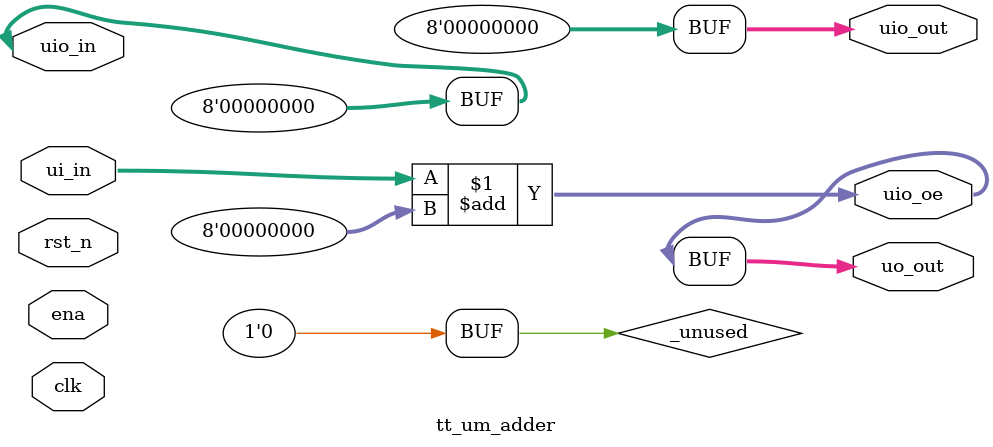
<source format=v>
/*
 * Copyright (c) 2024 Your Name
 * SPDX-License-Identifier: Apache-2.0
 */

`default_nettype none

module tt_um_adder (
    input  wire [7:0] ui_in,    // Dedicated inputs
    output wire [7:0] uo_out,   // Dedicated outputs
    input  wire [7:0] uio_in,   // IOs: Input path
    output wire [7:0] uio_out,  // IOs: Output path
    output wire [7:0] uio_oe,   // IOs: Enable path (active high: 0=input, 1=output)
    input  wire       ena,      // always 1 when the design is powered, so you can ignore it
    input  wire       clk,      // clock
    input  wire       rst_n     // reset_n - low to reset
);

  // All output pins must be assigned. If not used, assign to 0.
  assign uo_out  = ui_in + uio_in;  // Example: ou_out is the sum of ui_in and uio_in
  assign uio_out = 0;
  assign uio_in = 0;
  assign uio_oe  = uo_out;

  // List all unused inputs to prevent warnings
  wire _unused = &{ena, clk, rst_n, 1'b0};

endmodule

</source>
